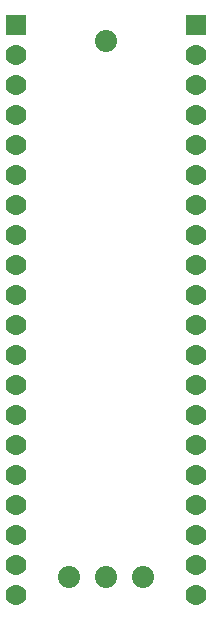
<source format=gts>
G04*
G04 #@! TF.GenerationSoftware,Altium Limited,Altium Designer,21.0.8 (223)*
G04*
G04 Layer_Color=8388736*
%FSLAX25Y25*%
%MOIN*%
G70*
G04*
G04 #@! TF.SameCoordinates,A92B238D-CFD9-4CD7-8B95-F340C1F2EFB7*
G04*
G04*
G04 #@! TF.FilePolarity,Negative*
G04*
G01*
G75*
%ADD11C,0.06992*%
%ADD12R,0.06992X0.06992*%
%ADD13C,0.07386*%
D11*
X6000Y56000D02*
D03*
Y66000D02*
D03*
Y76000D02*
D03*
Y86000D02*
D03*
Y96000D02*
D03*
Y106000D02*
D03*
Y116000D02*
D03*
Y186000D02*
D03*
Y176000D02*
D03*
Y166000D02*
D03*
Y156000D02*
D03*
Y146000D02*
D03*
Y136000D02*
D03*
Y126000D02*
D03*
Y46000D02*
D03*
Y36000D02*
D03*
Y26000D02*
D03*
Y16000D02*
D03*
Y6000D02*
D03*
X66000D02*
D03*
Y16000D02*
D03*
Y26000D02*
D03*
Y36000D02*
D03*
Y46000D02*
D03*
Y126000D02*
D03*
Y136000D02*
D03*
Y146000D02*
D03*
Y156000D02*
D03*
Y166000D02*
D03*
Y176000D02*
D03*
Y186000D02*
D03*
Y116000D02*
D03*
Y106000D02*
D03*
Y96000D02*
D03*
Y86000D02*
D03*
Y76000D02*
D03*
Y66000D02*
D03*
Y56000D02*
D03*
D12*
X6000Y196000D02*
D03*
X66000D02*
D03*
D13*
X36000Y190500D02*
D03*
X23800Y12000D02*
D03*
X36100D02*
D03*
X48400D02*
D03*
M02*

</source>
